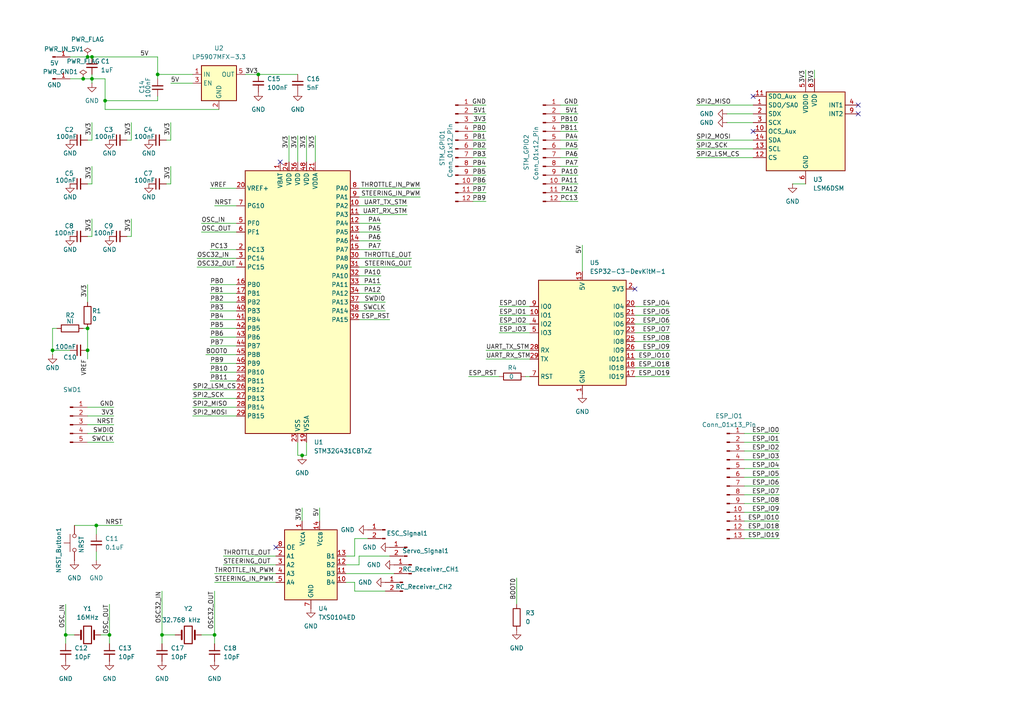
<source format=kicad_sch>
(kicad_sch (version 20250114) (generator "eeschema") (generator_version "9.0")
  (paper "A4")
  (lib_symbols
    (symbol "Connector:Conn_01x01_Pin" (pin_names (offset 1.016) (hide yes))
      (property "Reference" "J" (at 0 2.54 0))
      (property "Value" "Conn_01x01_Pin" (at 0 -2.54 0))
      (symbol "Conn_01x01_Pin_1_1"
        (pin passive line (at 5.08 0 180) (length 3.81) (name "Pin_1") (number "1"))
      )
    )
    (symbol "Connector:Conn_01x02_Pin" (pin_names (offset 1.016) (hide yes))
      (property "Reference" "J" (at 0 2.54 0))
      (property "Value" "Conn_01x02_Pin" (at 0 -5.08 0))
      (symbol "Conn_01x02_Pin_1_1"
        (pin passive line (at 5.08 0 180) (length 3.81) (name "Pin_1") (number "1"))
        (pin passive line (at 5.08 -2.54 180) (length 3.81) (name "Pin_2") (number "2"))
      )
    )
    (symbol "Connector:Conn_01x05_Pin" (pin_names (offset 1.016) (hide yes))
      (property "Reference" "J" (at 0 7.62 0))
      (property "Value" "Conn_01x05_Pin" (at 0 -7.62 0))
      (symbol "Conn_01x05_Pin_1_1"
        (pin passive line (at 5.08 5.08 180) (length 3.81) (name "Pin_1") (number "1"))
        (pin passive line (at 5.08 2.54 180) (length 3.81) (name "Pin_2") (number "2"))
        (pin passive line (at 5.08 0 180) (length 3.81) (name "Pin_3") (number "3"))
        (pin passive line (at 5.08 -2.54 180) (length 3.81) (name "Pin_4") (number "4"))
        (pin passive line (at 5.08 -5.08 180) (length 3.81) (name "Pin_5") (number "5"))
      )
    )
    (symbol "Connector:Conn_01x12_Pin" (pin_names (offset 1.016) (hide yes))
      (property "Reference" "J" (at 0 15.24 0))
      (property "Value" "Conn_01x12_Pin" (at 0 -17.78 0))
      (symbol "Conn_01x12_Pin_1_1"
        (pin passive line (at 5.08 12.7 180) (length 3.81) (name "Pin_1") (number "1"))
        (pin passive line (at 5.08 10.16 180) (length 3.81) (name "Pin_2") (number "2"))
        (pin passive line (at 5.08 7.62 180) (length 3.81) (name "Pin_3") (number "3"))
        (pin passive line (at 5.08 5.08 180) (length 3.81) (name "Pin_4") (number "4"))
        (pin passive line (at 5.08 2.54 180) (length 3.81) (name "Pin_5") (number "5"))
        (pin passive line (at 5.08 0 180) (length 3.81) (name "Pin_6") (number "6"))
        (pin passive line (at 5.08 -2.54 180) (length 3.81) (name "Pin_7") (number "7"))
        (pin passive line (at 5.08 -5.08 180) (length 3.81) (name "Pin_8") (number "8"))
        (pin passive line (at 5.08 -7.62 180) (length 3.81) (name "Pin_9") (number "9"))
        (pin passive line (at 5.08 -10.16 180) (length 3.81) (name "Pin_10") (number "10"))
        (pin passive line (at 5.08 -12.7 180) (length 3.81) (name "Pin_11") (number "11"))
        (pin passive line (at 5.08 -15.24 180) (length 3.81) (name "Pin_12") (number "12"))
      )
    )
    (symbol "Connector:Conn_01x13_Pin" (pin_names (offset 1.016) (hide yes))
      (property "Reference" "J" (at 0 17.78 0))
      (property "Value" "Conn_01x13_Pin" (at 0 -17.78 0))
      (symbol "Conn_01x13_Pin_1_1"
        (pin passive line (at 5.08 15.24 180) (length 3.81) (name "Pin_1") (number "1"))
        (pin passive line (at 5.08 12.7 180) (length 3.81) (name "Pin_2") (number "2"))
        (pin passive line (at 5.08 10.16 180) (length 3.81) (name "Pin_3") (number "3"))
        (pin passive line (at 5.08 7.62 180) (length 3.81) (name "Pin_4") (number "4"))
        (pin passive line (at 5.08 5.08 180) (length 3.81) (name "Pin_5") (number "5"))
        (pin passive line (at 5.08 2.54 180) (length 3.81) (name "Pin_6") (number "6"))
        (pin passive line (at 5.08 0 180) (length 3.81) (name "Pin_7") (number "7"))
        (pin passive line (at 5.08 -2.54 180) (length 3.81) (name "Pin_8") (number "8"))
        (pin passive line (at 5.08 -5.08 180) (length 3.81) (name "Pin_9") (number "9"))
        (pin passive line (at 5.08 -7.62 180) (length 3.81) (name "Pin_10") (number "10"))
        (pin passive line (at 5.08 -10.16 180) (length 3.81) (name "Pin_11") (number "11"))
        (pin passive line (at 5.08 -12.7 180) (length 3.81) (name "Pin_12") (number "12"))
        (pin passive line (at 5.08 -15.24 180) (length 3.81) (name "Pin_13") (number "13"))
      )
    )
    (symbol "Device:C_Small" (pin_numbers (hide yes)) (pin_names (offset 0.254) (hide yes))
      (property "Reference" "C" (at 0.254 1.778 0))
      (property "Value" "C_Small" (at 0.254 -2.032 0))
      (symbol "C_Small_1_1"
        (pin passive line (at 0 2.54 270) (length 2.032) (name "~") (number "1"))
        (pin passive line (at 0 -2.54 90) (length 2.032) (name "~") (number "2"))
      )
    )
    (symbol "Device:Crystal" (pin_numbers (hide yes)) (pin_names (offset 1.016) (hide yes))
      (property "Reference" "Y" (at 0 3.81 0))
      (property "Value" "Crystal" (at 0 -3.81 0))
      (symbol "Crystal_1_1"
        (pin passive line (at -3.81 0 0) (length 1.27) (name "1") (number "1"))
        (pin passive line (at 3.81 0 180) (length 1.27) (name "2") (number "2"))
      )
    )
    (symbol "Device:R" (pin_numbers (hide yes)) (pin_names (offset 0))
      (property "Reference" "R" (at 2.032 0 90))
      (property "Value" "R" (at 0 0 90))
      (symbol "R_1_1"
        (pin passive line (at 0 3.81 270) (length 1.27) (name "~") (number "1"))
        (pin passive line (at 0 -3.81 90) (length 1.27) (name "~") (number "2"))
      )
    )
    (symbol "Logic_LevelTranslator:TXS0104ED"
      (property "Reference" "U" (at -7.62 11.43 0))
      (property "Value" "TXS0104ED" (at 3.81 11.43 0))
      (symbol "TXS0104ED_1_0"
        (pin no_connect line (at -7.62 -7.62 0) (length 2.54) (hide yes) (name "NC") (number "6"))
        (pin no_connect line (at 7.62 -7.62 180) (length 2.54) (hide yes) (name "NC") (number "9"))
      )
      (symbol "TXS0104ED_1_1"
        (pin input line (at -10.16 5.08 0) (length 2.54) (name "OE") (number "8"))
        (pin bidirectional line (at -10.16 2.54 0) (length 2.54) (name "A1") (number "2"))
        (pin bidirectional line (at -10.16 0 0) (length 2.54) (name "A2") (number "3"))
        (pin bidirectional line (at -10.16 -2.54 0) (length 2.54) (name "A3") (number "4"))
        (pin bidirectional line (at -10.16 -5.08 0) (length 2.54) (name "A4") (number "5"))
        (pin power_in line (at -2.54 12.7 270) (length 2.54) (name "V_{CCA}") (number "1"))
        (pin power_in line (at 0 -12.7 90) (length 2.54) (name "GND") (number "7"))
        (pin power_in line (at 2.54 12.7 270) (length 2.54) (name "V_{CCB}") (number "14"))
        (pin bidirectional line (at 10.16 2.54 180) (length 2.54) (name "B1") (number "13"))
        (pin bidirectional line (at 10.16 0 180) (length 2.54) (name "B2") (number "12"))
        (pin bidirectional line (at 10.16 -2.54 180) (length 2.54) (name "B3") (number "11"))
        (pin bidirectional line (at 10.16 -5.08 180) (length 2.54) (name "B4") (number "10"))
      )
    )
    (symbol "MCU_ST_STM32G4:STM32G431CBTxZ"
      (property "Reference" "U" (at -15.24 39.37 0))
      (property "Value" "STM32G431CBTxZ" (at 7.62 39.37 0))
      (symbol "STM32G431CBTxZ_1_1"
        (pin input line (at -17.78 33.02 0) (length 2.54) (name "VREF+") (number "20"))
        (pin bidirectional line (at -17.78 27.94 0) (length 2.54) (name "PG10") (number "7"))
        (pin bidirectional line (at -17.78 22.86 0) (length 2.54) (name "PF0") (number "5"))
        (pin bidirectional line (at -17.78 20.32 0) (length 2.54) (name "PF1") (number "6"))
        (pin bidirectional line (at -17.78 15.24 0) (length 2.54) (name "PC13") (number "2"))
        (pin bidirectional line (at -17.78 12.7 0) (length 2.54) (name "PC14") (number "3"))
        (pin bidirectional line (at -17.78 10.16 0) (length 2.54) (name "PC15") (number "4"))
        (pin bidirectional line (at -17.78 5.08 0) (length 2.54) (name "PB0") (number "16"))
        (pin bidirectional line (at -17.78 2.54 0) (length 2.54) (name "PB1") (number "17"))
        (pin bidirectional line (at -17.78 0 0) (length 2.54) (name "PB2") (number "18"))
        (pin bidirectional line (at -17.78 -2.54 0) (length 2.54) (name "PB3") (number "40"))
        (pin bidirectional line (at -17.78 -5.08 0) (length 2.54) (name "PB4") (number "41"))
        (pin bidirectional line (at -17.78 -7.62 0) (length 2.54) (name "PB5") (number "42"))
        (pin bidirectional line (at -17.78 -10.16 0) (length 2.54) (name "PB6") (number "43"))
        (pin bidirectional line (at -17.78 -12.7 0) (length 2.54) (name "PB7") (number "44"))
        (pin bidirectional line (at -17.78 -15.24 0) (length 2.54) (name "PB8") (number "45"))
        (pin bidirectional line (at -17.78 -17.78 0) (length 2.54) (name "PB9") (number "46"))
        (pin bidirectional line (at -17.78 -20.32 0) (length 2.54) (name "PB10") (number "22"))
        (pin bidirectional line (at -17.78 -22.86 0) (length 2.54) (name "PB11") (number "25"))
        (pin bidirectional line (at -17.78 -25.4 0) (length 2.54) (name "PB12") (number "26"))
        (pin bidirectional line (at -17.78 -27.94 0) (length 2.54) (name "PB13") (number "27"))
        (pin bidirectional line (at -17.78 -30.48 0) (length 2.54) (name "PB14") (number "28"))
        (pin bidirectional line (at -17.78 -33.02 0) (length 2.54) (name "PB15") (number "29"))
        (pin power_in line (at -5.08 40.64 270) (length 2.54) (name "VBAT") (number "1"))
        (pin power_in line (at -2.54 40.64 270) (length 2.54) (name "VDD") (number "24"))
        (pin power_in line (at 0 40.64 270) (length 2.54) (name "VDD") (number "36"))
        (pin power_in line (at 0 -40.64 90) (length 2.54) (name "VSS") (number "23"))
        (pin passive line (at 0 -40.64 90) (length 2.54) (hide yes) (name "VSS") (number "35"))
        (pin passive line (at 0 -40.64 90) (length 2.54) (hide yes) (name "VSS") (number "47"))
        (pin power_in line (at 2.54 40.64 270) (length 2.54) (name "VDD") (number "48"))
        (pin power_in line (at 2.54 -40.64 90) (length 2.54) (name "VSSA") (number "19"))
        (pin power_in line (at 5.08 40.64 270) (length 2.54) (name "VDDA") (number "21"))
        (pin bidirectional line (at 17.78 33.02 180) (length 2.54) (name "PA0") (number "8"))
        (pin bidirectional line (at 17.78 30.48 180) (length 2.54) (name "PA1") (number "9"))
        (pin bidirectional line (at 17.78 27.94 180) (length 2.54) (name "PA2") (number "10"))
        (pin bidirectional line (at 17.78 25.4 180) (length 2.54) (name "PA3") (number "11"))
        (pin bidirectional line (at 17.78 22.86 180) (length 2.54) (name "PA4") (number "12"))
        (pin bidirectional line (at 17.78 20.32 180) (length 2.54) (name "PA5") (number "13"))
        (pin bidirectional line (at 17.78 17.78 180) (length 2.54) (name "PA6") (number "14"))
        (pin bidirectional line (at 17.78 15.24 180) (length 2.54) (name "PA7") (number "15"))
        (pin bidirectional line (at 17.78 12.7 180) (length 2.54) (name "PA8") (number "30"))
        (pin bidirectional line (at 17.78 10.16 180) (length 2.54) (name "PA9") (number "31"))
        (pin bidirectional line (at 17.78 7.62 180) (length 2.54) (name "PA10") (number "32"))
        (pin bidirectional line (at 17.78 5.08 180) (length 2.54) (name "PA11") (number "33"))
        (pin bidirectional line (at 17.78 2.54 180) (length 2.54) (name "PA12") (number "34"))
        (pin bidirectional line (at 17.78 0 180) (length 2.54) (name "PA13") (number "37"))
        (pin bidirectional line (at 17.78 -2.54 180) (length 2.54) (name "PA14") (number "38"))
        (pin bidirectional line (at 17.78 -5.08 180) (length 2.54) (name "PA15") (number "39"))
      )
    )
    (symbol "RF_Module:ESP32-C3-DevKitM-1"
      (property "Reference" "U" (at 7.62 16.51 0))
      (property "Value" "ESP32-C3-DevKitM-1" (at 11.684 -16.764 0))
      (symbol "ESP32-C3-DevKitM-1_1_1"
        (pin bidirectional line (at -15.24 7.62 0) (length 2.54) (name "IO0") (number "9"))
        (pin bidirectional line (at -15.24 5.08 0) (length 2.54) (name "IO1") (number "10"))
        (pin bidirectional line (at -15.24 2.54 0) (length 2.54) (name "IO2") (number "4"))
        (pin bidirectional line (at -15.24 0 0) (length 2.54) (name "IO3") (number "5"))
        (pin input line (at -15.24 -5.08 0) (length 2.54) (name "RX") (number "28"))
        (pin output line (at -15.24 -7.62 0) (length 2.54) (name "TX") (number "29"))
        (pin input line (at -15.24 -12.7 0) (length 2.54) (name "RST") (number "7"))
        (pin passive line (at 0 17.78 270) (length 2.54) (name "5V") (number "13"))
        (pin passive line (at 0 17.78 270) (length 2.54) (hide yes) (name "5V") (number "14"))
        (pin power_in line (at 0 -17.78 90) (length 2.54) (name "GND") (number "1"))
        (pin passive line (at 0 -17.78 90) (length 2.54) (hide yes) (name "GND") (number "12"))
        (pin passive line (at 0 -17.78 90) (length 2.54) (hide yes) (name "GND") (number "15"))
        (pin passive line (at 0 -17.78 90) (length 2.54) (hide yes) (name "GND") (number "16"))
        (pin passive line (at 0 -17.78 90) (length 2.54) (hide yes) (name "GND") (number "19"))
        (pin passive line (at 0 -17.78 90) (length 2.54) (hide yes) (name "GND") (number "24"))
        (pin passive line (at 0 -17.78 90) (length 2.54) (hide yes) (name "GND") (number "27"))
        (pin passive line (at 0 -17.78 90) (length 2.54) (hide yes) (name "GND") (number "30"))
        (pin passive line (at 0 -17.78 90) (length 2.54) (hide yes) (name "GND") (number "6"))
        (pin passive line (at 0 -17.78 90) (length 2.54) (hide yes) (name "GND") (number "8"))
        (pin power_out line (at 15.24 12.7 180) (length 2.54) (name "3V3") (number "2"))
        (pin passive line (at 15.24 12.7 180) (length 2.54) (hide yes) (name "3V3") (number "3"))
        (pin bidirectional line (at 15.24 7.62 180) (length 2.54) (name "IO4") (number "20"))
        (pin bidirectional line (at 15.24 5.08 180) (length 2.54) (name "IO5") (number "21"))
        (pin bidirectional line (at 15.24 2.54 180) (length 2.54) (name "IO6") (number "22"))
        (pin bidirectional line (at 15.24 0 180) (length 2.54) (name "IO7") (number "23"))
        (pin bidirectional line (at 15.24 -2.54 180) (length 2.54) (name "IO8") (number "25"))
        (pin bidirectional line (at 15.24 -5.08 180) (length 2.54) (name "IO9") (number "26"))
        (pin bidirectional line (at 15.24 -7.62 180) (length 2.54) (name "IO10") (number "11"))
        (pin bidirectional line (at 15.24 -10.16 180) (length 2.54) (name "IO18") (number "18"))
        (pin bidirectional line (at 15.24 -12.7 180) (length 2.54) (name "IO19") (number "17"))
      )
    )
    (symbol "Regulator_Linear:LP5907MFX-3.3"
      (property "Reference" "U" (at -3.81 6.35 0))
      (property "Value" "LP5907MFX-3.3" (at 6.35 6.35 0))
      (symbol "LP5907MFX-3.3_0_1"
        (pin power_in line (at -7.62 2.54 0) (length 2.54) (name "IN") (number "1"))
        (pin input line (at -7.62 0 0) (length 2.54) (name "EN") (number "3"))
        (pin power_in line (at 0 -7.62 90) (length 2.54) (name "GND") (number "2"))
        (pin no_connect line (at 5.08 0 180) (length 2.54) (hide yes) (name "NC") (number "4"))
        (pin power_out line (at 7.62 2.54 180) (length 2.54) (name "OUT") (number "5"))
      )
    )
    (symbol "Sensor_Motion:LSM6DSM"
      (property "Reference" "U" (at -11.43 15.24 0))
      (property "Value" "LSM6DSM" (at -11.43 12.7 0))
      (symbol "LSM6DSM_1_1"
        (pin bidirectional line (at -15.24 10.16 0) (length 3.81) (name "SDO_Aux") (number "11"))
        (pin bidirectional line (at -15.24 7.62 0) (length 3.81) (name "SDO/SA0") (number "1"))
        (pin bidirectional line (at -15.24 5.08 0) (length 3.81) (name "SDX") (number "2"))
        (pin input line (at -15.24 2.54 0) (length 3.81) (name "SCX") (number "3"))
        (pin passive line (at -15.24 0 0) (length 3.81) (name "OCS_Aux") (number "10"))
        (pin bidirectional line (at -15.24 -2.54 0) (length 3.81) (name "SDA") (number "14"))
        (pin input line (at -15.24 -5.08 0) (length 3.81) (name "SCL") (number "13"))
        (pin input line (at -15.24 -7.62 0) (length 3.81) (name "CS") (number "12"))
        (pin power_in line (at 0 15.24 270) (length 3.81) (name "VDDIO") (number "5"))
        (pin power_in line (at 0 -15.24 90) (length 3.81) (name "GND") (number "6"))
        (pin passive line (at 0 -15.24 90) (length 3.81) (hide yes) (name "GND") (number "7"))
        (pin power_in line (at 2.54 15.24 270) (length 3.81) (name "VDD") (number "8"))
        (pin output line (at 15.24 7.62 180) (length 3.81) (name "INT1") (number "4"))
        (pin output line (at 15.24 5.08 180) (length 3.81) (name "INT2") (number "9"))
      )
    )
    (symbol "Switch:SW_Push" (pin_numbers (hide yes)) (pin_names (offset 1.016) (hide yes))
      (property "Reference" "SW" (at 1.27 2.54 0))
      (property "Value" "SW_Push" (at 0 -1.524 0))
      (symbol "SW_Push_0_1"
        (pin passive line (at -5.08 0 0) (length 2.54) (name "1") (number "1"))
        (pin passive line (at 5.08 0 180) (length 2.54) (name "2") (number "2"))
      )
    )
    (symbol "power:GND" (power) (pin_numbers (hide yes)) (pin_names (offset 0) (hide yes))
      (property "Value" "GND" (at 0 -3.81 0))
      (symbol "GND_1_1"
        (pin power_in line (at 0 0 270) (length 0) (name "~") (number "1"))
      )
    )
    (symbol "power:PWR_FLAG" (power) (pin_numbers (hide yes)) (pin_names (offset 0) (hide yes))
      (property "Value" "PWR_FLAG" (at 0 3.81 0))
      (symbol "PWR_FLAG_0_0"
        (pin power_out line (at 0 0 90) (length 0) (name "~") (number "1"))
      )
    )
  )
  (junction (at 26.67 22.86))
  (junction (at 30.48 29.21))
  (junction (at 15.24 101.6))
  (junction (at 46.99 184.15))
  (junction (at 27.94 152.4))
  (junction (at 25.4 95.25))
  (junction (at 45.72 21.59))
  (junction (at 25.4 16.51))
  (junction (at 87.63 132.08))
  (junction (at 31.75 184.15))
  (junction (at 74.93 21.59))
  (junction (at 26.67 16.51))
  (junction (at 24.13 22.86))
  (junction (at 25.4 101.6))
  (junction (at 19.05 184.15))
  (junction (at 62.23 184.15))
  (no_connect (at 81.28 46.99))
  (no_connect (at 218.44 38.1))
  (no_connect (at 184.15 83.82))
  (no_connect (at 248.92 33.02))
  (no_connect (at 218.44 27.94))
  (no_connect (at 80.01 158.75))
  (no_connect (at 248.92 30.48))
  (wire (pts (xy 210.82 33.02) (xy 218.44 33.02)))
  (wire (pts (xy 20.32 16.51) (xy 25.4 16.51)))
  (wire (pts (xy 25.4 95.25) (xy 25.4 101.6)))
  (wire (pts (xy 104.14 80.01) (xy 110.49 80.01)))
  (wire (pts (xy 226.06 143.51) (xy 215.9 143.51)))
  (wire (pts (xy 104.14 163.83) (xy 104.14 161.29)))
  (wire (pts (xy 25.4 123.19) (xy 33.02 123.19)))
  (wire (pts (xy 15.24 101.6) (xy 20.32 101.6)))
  (wire (pts (xy 215.9 130.81) (xy 226.06 130.81)))
  (wire (pts (xy 91.44 39.37) (xy 91.44 46.99)))
  (wire (pts (xy 201.93 43.18) (xy 218.44 43.18)))
  (wire (pts (xy 86.36 39.37) (xy 86.36 46.99)))
  (wire (pts (xy 55.88 120.65) (xy 68.58 120.65)))
  (wire (pts (xy 144.78 91.44) (xy 153.67 91.44)))
  (wire (pts (xy 60.96 54.61) (xy 68.58 54.61)))
  (wire (pts (xy 104.14 161.29) (xy 113.03 161.29)))
  (wire (pts (xy 215.9 151.13) (xy 226.06 151.13)))
  (wire (pts (xy 215.9 146.05) (xy 226.06 146.05)))
  (wire (pts (xy 104.14 74.93) (xy 119.38 74.93)))
  (wire (pts (xy 26.67 35.56) (xy 26.67 40.64)))
  (wire (pts (xy 55.88 24.13) (xy 49.53 24.13)))
  (wire (pts (xy 137.16 40.64) (xy 140.97 40.64)))
  (wire (pts (xy 27.94 154.94) (xy 27.94 152.4)))
  (wire (pts (xy 162.56 33.02) (xy 167.64 33.02)))
  (wire (pts (xy 137.16 35.56) (xy 140.97 35.56)))
  (wire (pts (xy 38.1 40.64) (xy 36.83 40.64)))
  (wire (pts (xy 162.56 58.42) (xy 167.64 58.42)))
  (wire (pts (xy 137.16 55.88) (xy 140.97 55.88)))
  (wire (pts (xy 25.4 128.27) (xy 33.02 128.27)))
  (wire (pts (xy 215.9 133.35) (xy 226.06 133.35)))
  (wire (pts (xy 60.96 100.33) (xy 68.58 100.33)))
  (wire (pts (xy 31.75 184.15) (xy 31.75 186.69)))
  (wire (pts (xy 215.9 125.73) (xy 226.06 125.73)))
  (wire (pts (xy 45.72 22.86) (xy 45.72 21.59)))
  (wire (pts (xy 55.88 115.57) (xy 68.58 115.57)))
  (wire (pts (xy 104.14 92.71) (xy 113.03 92.71)))
  (wire (pts (xy 162.56 45.72) (xy 167.64 45.72)))
  (wire (pts (xy 162.56 30.48) (xy 167.64 30.48)))
  (wire (pts (xy 104.14 69.85) (xy 110.49 69.85)))
  (wire (pts (xy 144.78 96.52) (xy 153.67 96.52)))
  (wire (pts (xy 162.56 55.88) (xy 167.64 55.88)))
  (wire (pts (xy 86.36 21.59) (xy 74.93 21.59)))
  (wire (pts (xy 50.8 184.15) (xy 46.99 184.15)))
  (wire (pts (xy 62.23 184.15) (xy 62.23 186.69)))
  (wire (pts (xy 88.9 128.27) (xy 88.9 132.08)))
  (wire (pts (xy 26.67 24.13) (xy 26.67 22.86)))
  (wire (pts (xy 104.14 72.39) (xy 110.49 72.39)))
  (wire (pts (xy 58.42 67.31) (xy 68.58 67.31)))
  (wire (pts (xy 184.15 88.9) (xy 194.31 88.9)))
  (wire (pts (xy 60.96 110.49) (xy 68.58 110.49)))
  (wire (pts (xy 184.15 99.06) (xy 194.31 99.06)))
  (wire (pts (xy 49.53 53.34) (xy 48.26 53.34)))
  (wire (pts (xy 104.14 67.31) (xy 110.49 67.31)))
  (wire (pts (xy 201.93 45.72) (xy 218.44 45.72)))
  (wire (pts (xy 57.15 74.93) (xy 68.58 74.93)))
  (wire (pts (xy 15.24 95.25) (xy 16.51 95.25)))
  (wire (pts (xy 26.67 22.86) (xy 30.48 22.86)))
  (wire (pts (xy 102.87 168.91) (xy 100.33 168.91)))
  (wire (pts (xy 215.9 148.59) (xy 226.06 148.59)))
  (wire (pts (xy 144.78 88.9) (xy 153.67 88.9)))
  (wire (pts (xy 100.33 161.29) (xy 102.87 161.29)))
  (wire (pts (xy 26.67 48.26) (xy 26.67 53.34)))
  (wire (pts (xy 92.71 147.32) (xy 92.71 151.13)))
  (wire (pts (xy 184.15 104.14) (xy 194.31 104.14)))
  (wire (pts (xy 162.56 40.64) (xy 167.64 40.64)))
  (wire (pts (xy 236.22 20.32) (xy 236.22 22.86)))
  (wire (pts (xy 25.4 118.11) (xy 33.02 118.11)))
  (wire (pts (xy 60.96 92.71) (xy 68.58 92.71)))
  (wire (pts (xy 26.67 21.59) (xy 26.67 22.86)))
  (wire (pts (xy 104.14 64.77) (xy 110.49 64.77)))
  (wire (pts (xy 64.77 161.29) (xy 80.01 161.29)))
  (wire (pts (xy 31.75 175.26) (xy 31.75 184.15)))
  (wire (pts (xy 83.82 39.37) (xy 83.82 46.99)))
  (wire (pts (xy 184.15 93.98) (xy 194.31 93.98)))
  (wire (pts (xy 137.16 45.72) (xy 140.97 45.72)))
  (wire (pts (xy 55.88 113.03) (xy 68.58 113.03)))
  (wire (pts (xy 135.89 109.22) (xy 144.78 109.22)))
  (wire (pts (xy 26.67 68.58) (xy 25.4 68.58)))
  (wire (pts (xy 162.56 43.18) (xy 167.64 43.18)))
  (wire (pts (xy 25.4 120.65) (xy 33.02 120.65)))
  (wire (pts (xy 60.96 72.39) (xy 68.58 72.39)))
  (wire (pts (xy 27.94 162.56) (xy 27.94 160.02)))
  (wire (pts (xy 215.9 153.67) (xy 226.06 153.67)))
  (wire (pts (xy 104.14 82.55) (xy 110.49 82.55)))
  (wire (pts (xy 233.68 20.32) (xy 233.68 22.86)))
  (wire (pts (xy 60.96 107.95) (xy 68.58 107.95)))
  (wire (pts (xy 210.82 35.56) (xy 218.44 35.56)))
  (wire (pts (xy 27.94 152.4) (xy 35.56 152.4)))
  (wire (pts (xy 24.13 95.25) (xy 25.4 95.25)))
  (wire (pts (xy 137.16 58.42) (xy 140.97 58.42)))
  (wire (pts (xy 30.48 31.75) (xy 63.5 31.75)))
  (wire (pts (xy 215.9 135.89) (xy 226.06 135.89)))
  (wire (pts (xy 104.14 85.09) (xy 110.49 85.09)))
  (wire (pts (xy 25.4 125.73) (xy 33.02 125.73)))
  (wire (pts (xy 104.14 62.23) (xy 118.11 62.23)))
  (wire (pts (xy 201.93 40.64) (xy 218.44 40.64)))
  (wire (pts (xy 27.94 152.4) (xy 21.59 152.4)))
  (wire (pts (xy 59.69 102.87) (xy 68.58 102.87)))
  (wire (pts (xy 137.16 48.26) (xy 140.97 48.26)))
  (wire (pts (xy 201.93 30.48) (xy 218.44 30.48)))
  (wire (pts (xy 100.33 163.83) (xy 104.14 163.83)))
  (wire (pts (xy 140.97 101.6) (xy 153.67 101.6)))
  (wire (pts (xy 74.93 21.59) (xy 71.12 21.59)))
  (wire (pts (xy 104.14 59.69) (xy 118.11 59.69)))
  (wire (pts (xy 38.1 63.5) (xy 38.1 68.58)))
  (wire (pts (xy 137.16 30.48) (xy 140.97 30.48)))
  (wire (pts (xy 62.23 166.37) (xy 80.01 166.37)))
  (wire (pts (xy 137.16 33.02) (xy 140.97 33.02)))
  (wire (pts (xy 26.67 53.34) (xy 25.4 53.34)))
  (wire (pts (xy 87.63 132.08) (xy 86.36 132.08)))
  (wire (pts (xy 20.32 22.86) (xy 24.13 22.86)))
  (wire (pts (xy 46.99 184.15) (xy 46.99 186.69)))
  (wire (pts (xy 184.15 106.68) (xy 194.31 106.68)))
  (wire (pts (xy 25.4 16.51) (xy 26.67 16.51)))
  (wire (pts (xy 45.72 29.21) (xy 45.72 27.94)))
  (wire (pts (xy 149.86 167.64) (xy 149.86 175.26)))
  (wire (pts (xy 215.9 138.43) (xy 226.06 138.43)))
  (wire (pts (xy 215.9 128.27) (xy 226.06 128.27)))
  (wire (pts (xy 86.36 128.27) (xy 86.36 132.08)))
  (wire (pts (xy 15.24 102.87) (xy 15.24 101.6)))
  (wire (pts (xy 104.14 87.63) (xy 111.76 87.63)))
  (wire (pts (xy 184.15 91.44) (xy 194.31 91.44)))
  (wire (pts (xy 45.72 16.51) (xy 45.72 21.59)))
  (wire (pts (xy 57.15 77.47) (xy 68.58 77.47)))
  (wire (pts (xy 58.42 64.77) (xy 68.58 64.77)))
  (wire (pts (xy 49.53 40.64) (xy 48.26 40.64)))
  (wire (pts (xy 62.23 168.91) (xy 80.01 168.91)))
  (wire (pts (xy 58.42 184.15) (xy 62.23 184.15)))
  (wire (pts (xy 162.56 35.56) (xy 167.64 35.56)))
  (wire (pts (xy 194.31 96.52) (xy 184.15 96.52)))
  (wire (pts (xy 64.77 163.83) (xy 80.01 163.83)))
  (wire (pts (xy 102.87 156.21) (xy 106.68 156.21)))
  (wire (pts (xy 38.1 35.56) (xy 38.1 40.64)))
  (wire (pts (xy 233.68 53.34) (xy 229.87 53.34)))
  (wire (pts (xy 162.56 50.8) (xy 167.64 50.8)))
  (wire (pts (xy 162.56 53.34) (xy 167.64 53.34)))
  (wire (pts (xy 87.63 147.32) (xy 87.63 151.13)))
  (wire (pts (xy 62.23 171.45) (xy 62.23 184.15)))
  (wire (pts (xy 55.88 21.59) (xy 45.72 21.59)))
  (wire (pts (xy 102.87 161.29) (xy 102.87 156.21)))
  (wire (pts (xy 60.96 97.79) (xy 68.58 97.79)))
  (wire (pts (xy 30.48 29.21) (xy 30.48 31.75)))
  (wire (pts (xy 30.48 29.21) (xy 30.48 22.86)))
  (wire (pts (xy 140.97 104.14) (xy 153.67 104.14)))
  (wire (pts (xy 60.96 105.41) (xy 68.58 105.41)))
  (wire (pts (xy 60.96 87.63) (xy 68.58 87.63)))
  (wire (pts (xy 60.96 90.17) (xy 68.58 90.17)))
  (wire (pts (xy 184.15 109.22) (xy 194.31 109.22)))
  (wire (pts (xy 49.53 35.56) (xy 49.53 40.64)))
  (wire (pts (xy 60.96 95.25) (xy 68.58 95.25)))
  (wire (pts (xy 88.9 132.08) (xy 87.63 132.08)))
  (wire (pts (xy 26.67 40.64) (xy 25.4 40.64)))
  (wire (pts (xy 144.78 93.98) (xy 153.67 93.98)))
  (wire (pts (xy 137.16 53.34) (xy 140.97 53.34)))
  (wire (pts (xy 60.96 85.09) (xy 68.58 85.09)))
  (wire (pts (xy 104.14 57.15) (xy 121.92 57.15)))
  (wire (pts (xy 21.59 184.15) (xy 19.05 184.15)))
  (wire (pts (xy 102.87 171.45) (xy 102.87 168.91)))
  (wire (pts (xy 49.53 48.26) (xy 49.53 53.34)))
  (wire (pts (xy 26.67 63.5) (xy 26.67 68.58)))
  (wire (pts (xy 215.9 140.97) (xy 226.06 140.97)))
  (wire (pts (xy 184.15 101.6) (xy 194.31 101.6)))
  (wire (pts (xy 104.14 54.61) (xy 121.92 54.61)))
  (wire (pts (xy 29.21 184.15) (xy 31.75 184.15)))
  (wire (pts (xy 88.9 39.37) (xy 88.9 46.99)))
  (wire (pts (xy 60.96 82.55) (xy 68.58 82.55)))
  (wire (pts (xy 19.05 184.15) (xy 19.05 186.69)))
  (wire (pts (xy 15.24 95.25) (xy 15.24 101.6)))
  (wire (pts (xy 137.16 43.18) (xy 140.97 43.18)))
  (wire (pts (xy 111.76 171.45) (xy 102.87 171.45)))
  (wire (pts (xy 45.72 29.21) (xy 30.48 29.21)))
  (wire (pts (xy 24.13 22.86) (xy 26.67 22.86)))
  (wire (pts (xy 38.1 68.58) (xy 36.83 68.58)))
  (wire (pts (xy 162.56 38.1) (xy 167.64 38.1)))
  (wire (pts (xy 168.91 71.12) (xy 168.91 78.74)))
  (wire (pts (xy 46.99 171.45) (xy 46.99 184.15)))
  (wire (pts (xy 104.14 77.47) (xy 119.38 77.47)))
  (wire (pts (xy 55.88 118.11) (xy 68.58 118.11)))
  (wire (pts (xy 26.67 16.51) (xy 45.72 16.51)))
  (wire (pts (xy 162.56 48.26) (xy 167.64 48.26)))
  (wire (pts (xy 25.4 101.6) (xy 25.4 104.14)))
  (wire (pts (xy 137.16 38.1) (xy 140.97 38.1)))
  (wire (pts (xy 19.05 175.26) (xy 19.05 184.15)))
  (wire (pts (xy 104.14 90.17) (xy 111.76 90.17)))
  (wire (pts (xy 152.4 109.22) (xy 153.67 109.22)))
  (wire (pts (xy 25.4 82.55) (xy 25.4 87.63)))
  (wire (pts (xy 215.9 156.21) (xy 226.06 156.21)))
  (wire (pts (xy 100.33 166.37) (xy 114.3 166.37)))
  (wire (pts (xy 62.23 59.69) (xy 68.58 59.69)))
  (wire (pts (xy 137.16 50.8) (xy 140.97 50.8)))
  (label "PA11" (at 167.64 53.34 180))
  (label "ESP_IO5" (at 226.06 138.43 180))
  (label "3V3" (at 71.12 21.59 0))
  (label "3V3" (at 86.36 39.37 270))
  (label "ESP_IO0" (at 144.78 88.9 0))
  (label "3V3" (at 49.53 48.26 270))
  (label "ESP_IO9" (at 194.31 101.6 180))
  (label "PA5" (at 167.64 43.18 180))
  (label "ESP_IO8" (at 194.31 99.06 180))
  (label "PA7" (at 110.49 72.39 180))
  (label "3V3" (at 26.67 63.5 270))
  (label "THROTTLE_OUT" (at 119.38 74.93 180))
  (label "3V3" (at 49.53 35.56 270))
  (label "PC13" (at 60.96 72.39 0))
  (label "OSC32_OUT" (at 62.23 171.45 270))
  (label "STEERING_IN_PWM" (at 121.92 57.15 180))
  (label "3V3" (at 236.22 20.32 270))
  (label "PB3" (at 60.96 90.17 0))
  (label "PB5" (at 140.97 50.8 180))
  (label "ESP_IO8" (at 226.06 146.05 180))
  (label "ESP_IO1" (at 226.06 128.27 180))
  (label "PB3" (at 140.97 45.72 180))
  (label "5V" (at 40.64 16.51 0))
  (label "BOOT0" (at 149.86 167.64 270))
  (label "3V3" (at 233.68 20.32 270))
  (label "ESP_IO10" (at 194.31 104.14 180))
  (label "OSC32_IN" (at 57.15 74.93 0))
  (label "OSC_OUT" (at 58.42 67.31 0))
  (label "SWCLK" (at 33.02 128.27 180))
  (label "5V" (at 92.71 147.32 270))
  (label "SPI2_MOSI" (at 55.88 120.65 0))
  (label "ESP_IO0" (at 226.06 125.73 180))
  (label "ESP_IO3" (at 144.78 96.52 0))
  (label "VREF" (at 25.4 104.14 270))
  (label "SPI2_MOSI" (at 201.93 40.64 0))
  (label "PA12" (at 167.64 55.88 180))
  (label "PB0" (at 140.97 38.1 180))
  (label "ESP_IO6" (at 194.31 93.98 180))
  (label "ESP_IO9" (at 226.06 148.59 180))
  (label "ESP_IO2" (at 226.06 130.81 180))
  (label "PA7" (at 167.64 48.26 180))
  (label "NRST" (at 33.02 123.19 180))
  (label "PA5" (at 110.49 67.31 180))
  (label "STEERING_OUT" (at 64.77 163.83 0))
  (label "3V3" (at 140.97 35.56 180))
  (label "3V3" (at 38.1 35.56 270))
  (label "SPI2_MISO" (at 55.88 118.11 0))
  (label "5V1" (at 140.97 33.02 180))
  (label "PB0" (at 60.96 82.55 0))
  (label "PB4" (at 140.97 48.26 180))
  (label "NRST" (at 35.56 152.4 180))
  (label "3V3" (at 91.44 39.37 270))
  (label "PC13" (at 167.64 58.42 180))
  (label "PB1" (at 60.96 85.09 0))
  (label "3V3" (at 83.82 39.37 270))
  (label "3V3" (at 38.1 63.5 270))
  (label "3V3" (at 25.4 82.55 270))
  (label "SPI2_SCK" (at 201.93 43.18 0))
  (label "PB1" (at 140.97 40.64 180))
  (label "STEERING_IN_PWM" (at 62.23 168.91 0))
  (label "SPI2_LSM_CS" (at 55.88 113.03 0))
  (label "PB11" (at 60.96 110.49 0))
  (label "PA4" (at 167.64 40.64 180))
  (label "ESP_RST" (at 113.03 92.71 180))
  (label "ESP_IO1" (at 144.78 91.44 0))
  (label "STEERING_OUT" (at 119.38 77.47 180))
  (label "SWDIO" (at 33.02 125.73 180))
  (label "ESP_IO18" (at 226.06 153.67 180))
  (label "SWCLK" (at 111.76 90.17 180))
  (label "ESP_IO4" (at 226.06 135.89 180))
  (label "ESP_IO7" (at 226.06 143.51 180))
  (label "PB7" (at 140.97 55.88 180))
  (label "PA4" (at 110.49 64.77 180))
  (label "PA10" (at 110.49 80.01 180))
  (label "3V3" (at 26.67 48.26 270))
  (label "PB10" (at 60.96 107.95 0))
  (label "PA6" (at 110.49 69.85 180))
  (label "ESP_RST" (at 135.89 109.22 0))
  (label "3V3" (at 33.02 120.65 180))
  (label "ESP_IO19" (at 226.06 156.21 180))
  (label "OSC_IN" (at 58.42 64.77 0))
  (label "PB9" (at 60.96 105.41 0))
  (label "3V3" (at 88.9 39.37 270))
  (label "ESP_IO4" (at 194.31 88.9 180))
  (label "PA10" (at 167.64 50.8 180))
  (label "BOOT0" (at 59.69 102.87 0))
  (label "PB5" (at 60.96 95.25 0))
  (label "THROTTLE_OUT" (at 64.77 161.29 0))
  (label "NRST" (at 62.23 59.69 0))
  (label "5V" (at 49.53 24.13 0))
  (label "ESP_IO6" (at 226.06 140.97 180))
  (label "PB2" (at 140.97 43.18 180))
  (label "3V3" (at 87.63 147.32 270))
  (label "PB4" (at 60.96 92.71 0))
  (label "PB2" (at 60.96 87.63 0))
  (label "ESP_IO7" (at 194.31 96.52 180))
  (label "OSC_IN" (at 19.05 175.26 270))
  (label "PB11" (at 167.64 38.1 180))
  (label "SPI2_SCK" (at 55.88 115.57 0))
  (label "UART_RX_STM" (at 140.97 104.14 0))
  (label "SPI2_MISO" (at 201.93 30.48 0))
  (label "ESP_IO3" (at 226.06 133.35 180))
  (label "GND" (at 167.64 30.48 180))
  (label "UART_RX_STM" (at 118.11 62.23 180))
  (label "PA12" (at 110.49 85.09 180))
  (label "OSC32_OUT" (at 57.15 77.47 0))
  (label "PB6" (at 60.96 97.79 0))
  (label "SPI2_LSM_CS" (at 201.93 45.72 0))
  (label "PA6" (at 167.64 45.72 180))
  (label "ESP_IO10" (at 226.06 151.13 180))
  (label "PB9" (at 140.97 58.42 180))
  (label "PB6" (at 140.97 53.34 180))
  (label "3V3" (at 26.67 35.56 270))
  (label "VREF" (at 60.96 54.61 0))
  (label "GND" (at 33.02 118.11 180))
  (label "PB7" (at 60.96 100.33 0))
  (label "THROTTLE_IN_PWM" (at 62.23 166.37 0))
  (label "ESP_IO2" (at 144.78 93.98 0))
  (label "GND" (at 140.97 30.48 180))
  (label "ESP_IO19" (at 194.31 109.22 180))
  (label "PA11" (at 110.49 82.55 180))
  (label "ESP_IO5" (at 194.31 91.44 180))
  (label "THROTTLE_IN_PWM" (at 121.92 54.61 180))
  (label "OSC32_IN" (at 46.99 171.45 270))
  (label "UART_TX_STM" (at 118.11 59.69 180))
  (label "UART_TX_STM" (at 140.97 101.6 0))
  (label "ESP_IO18" (at 194.31 106.68 180))
  (label "SWDIO" (at 111.76 87.63 180))
  (label "OSC_OUT" (at 31.75 175.26 270))
  (label "PB10" (at 167.64 35.56 180))
  (label "5V1" (at 167.64 33.02 180))
  (label "5V" (at 168.91 71.12 270))
  (symbol (lib_id "power:GND") (at 114.3 163.83 270) (unit 1)
    (property "Reference" "#PWR031" (effects (hide yes)))
    (property "Value" "GND" (at 110.49 163.8299 90) (effects (justify right)))
    (property "Description" "Power symbol creates a global label with name \"GND\" , ground" (effects (hide yes)))
  )
  (symbol (lib_id "power:GND") (at 90.17 176.53 0) (unit 1)
    (property "Reference" "#PWR028" (effects (hide yes)))
    (property "Value" "GND" (at 90.17 181.61 0))
    (property "Description" "Power symbol creates a global label with name \"GND\" , ground" (effects (hide yes)))
  )
  (symbol (lib_id "power:GND") (at 46.99 191.77 0) (unit 1)
    (property "Reference" "#PWR037" (effects (hide yes)))
    (property "Value" "GND" (at 46.99 196.85 0))
    (property "Description" "Power symbol creates a global label with name \"GND\" , ground" (effects (hide yes)))
  )
  (symbol (lib_id "power:GND") (at 106.68 153.67 270) (unit 1)
    (property "Reference" "#PWR029" (effects (hide yes)))
    (property "Value" "GND" (at 102.87 153.6699 90) (effects (justify right)))
    (property "Description" "Power symbol creates a global label with name \"GND\" , ground" (effects (hide yes)))
  )
  (symbol (lib_id "power:GND") (at 210.82 35.56 270) (unit 1)
    (property "Reference" "#PWR02" (effects (hide yes)))
    (property "Value" "GND" (at 207.01 35.5599 90) (effects (justify right)))
    (property "Description" "Power symbol creates a global label with name \"GND\" , ground" (effects (hide yes)))
  )
  (symbol (lib_id "Connector:Conn_01x02_Pin") (at 111.76 153.67 0) (mirror y) (unit 1)
    (property "Reference" "ESC_Signal1" (at 118.11 154.686 0))
    (property "Value" "Conn_01x02_Pin" (effects (hide yes)))
    (property "Footprint" "Connector_PinHeader_2.54mm:PinHeader_1x02_P2.54mm_Vertical" (effects (hide yes)))
    (property "Description" "Generic connector, single row, 01x02, script generated" (effects (hide yes)))
  )
  (symbol (lib_id "power:GND") (at 87.63 132.08 0) (unit 1)
    (property "Reference" "#PWR015" (effects (hide yes)))
    (property "Value" "GND" (at 87.63 137.16 0))
    (property "Description" "Power symbol creates a global label with name \"GND\" , ground" (effects (hide yes)))
  )
  (symbol (lib_id "Device:R") (at 25.4 91.44 0) (unit 1)
    (property "Reference" "R1" (at 26.67 90.17 0) (effects (justify left)))
    (property "Value" "0" (at 26.67 92.456 0) (effects (justify left)))
    (property "Footprint" "Resistor_SMD:R_0201_0603Metric" (effects (hide yes)))
    (property "Description" "Resistor" (effects (hide yes)))
  )
  (symbol (lib_id "Connector:Conn_01x01_Pin") (at 15.24 16.51 0) (unit 1)
    (property "Reference" "PWR_IN_5V1" (at 18.542 14.224 0))
    (property "Value" "5V" (at 15.748 18.288 0))
    (property "Footprint" "Connector_PinSocket_2.54mm:PinSocket_1x01_P2.54mm_Vertical" (effects (hide yes)))
    (property "Description" "Generic connector, single row, 01x01, script generated" (effects (hide yes)))
  )
  (symbol (lib_id "Switch:SW_Push") (at 21.59 157.48 90) (unit 1)
    (property "Reference" "NRST_Button1" (at 17.018 152.908 0) (effects (justify right)))
    (property "Value" "NRST" (at 23.622 155.448 0) (effects (justify right)))
    (property "Footprint" "Button_Switch_SMD:SW_SPST_PTS647_Sx38" (effects (hide yes)))
    (property "Description" "Push button switch, generic, two pins" (effects (hide yes)))
  )
  (symbol (lib_id "Device:R") (at 149.86 179.07 0) (unit 1)
    (property "Reference" "R3" (at 152.4 177.7999 0) (effects (justify left)))
    (property "Value" "0" (at 152.4 180.3399 0) (effects (justify left)))
    (property "Footprint" "Resistor_SMD:R_0201_0603Metric" (effects (hide yes)))
    (property "Description" "Resistor" (effects (hide yes)))
  )
  (symbol (lib_id "power:GND") (at 31.75 191.77 0) (unit 1)
    (property "Reference" "#PWR036" (effects (hide yes)))
    (property "Value" "GND" (at 31.75 196.85 0))
    (property "Description" "Power symbol creates a global label with name \"GND\" , ground" (effects (hide yes)))
  )
  (symbol (lib_id "Sensor_Motion:LSM6DSM") (at 233.68 38.1 0) (unit 1)
    (property "Reference" "U3" (at 235.8233 52.07 0) (effects (justify left)))
    (property "Value" "LSM6DSM" (at 235.8233 54.61 0) (effects (justify left)))
    (property "Footprint" "Package_LGA:LGA-14_3x2.5mm_P0.5mm_LayoutBorder3x4y" (effects (hide yes)))
    (property "Datasheet" "https://www.st.com/resource/en/datasheet/lsm6dsm.pdf" (effects (hide yes)))
    (property "Description" "I2C/SPI, iNEMO inertial module: always-on 3D accelerometer and 3D gyroscope, with auxiliary SPI, 1.71V to 3.6V VCC" (effects (hide yes)))
  )
  (symbol (lib_id "Device:C_Small") (at 22.86 53.34 90) (unit 1)
    (property "Reference" "C5" (at 20.066 50.292 90))
    (property "Value" "100nF" (at 19.05 52.324 90))
    (property "Footprint" "Capacitor_SMD:C_0201_0603Metric" (effects (hide yes)))
    (property "Description" "Unpolarized capacitor, small symbol" (effects (hide yes)))
  )
  (symbol (lib_id "Device:C_Small") (at 22.86 68.58 90) (unit 1)
    (property "Reference" "C8" (at 20.066 65.532 90))
    (property "Value" "100nF" (at 18.796 67.564 90))
    (property "Footprint" "Capacitor_SMD:C_0201_0603Metric" (effects (hide yes)))
    (property "Description" "Unpolarized capacitor, small symbol" (effects (hide yes)))
  )
  (symbol (lib_id "RF_Module:ESP32-C3-DevKitM-1") (at 168.91 96.52 0) (unit 1)
    (property "Reference" "U5" (at 171.0533 76.2 0) (effects (justify left)))
    (property "Value" "ESP32-C3-DevKitM-1" (at 171.0533 78.74 0) (effects (justify left)))
    (property "Footprint" "RF_Module:ESP32-C3-DevKitM-1" (effects (hide yes)))
    (property "Datasheet" "https://docs.espressif.com/projects/esp-idf/en/latest/esp32c3/hw-reference/esp32c3/user-guide-devkitm-1.html" (effects (hide yes)))
    (property "Description" "Development board featuring ESP32-C3-MINI-1 module" (effects (hide yes)))
  )
  (symbol (lib_id "power:GND") (at 168.91 114.3 0) (unit 1)
    (property "Reference" "#PWR025" (effects (hide yes)))
    (property "Value" "GND" (at 168.91 119.38 0))
    (property "Description" "Power symbol creates a global label with name \"GND\" , ground" (effects (hide yes)))
  )
  (symbol (lib_id "power:GND") (at 210.82 33.02 270) (unit 1)
    (property "Reference" "#PWR021" (effects (hide yes)))
    (property "Value" "GND" (at 207.01 33.0199 90) (effects (justify right)))
    (property "Description" "Power symbol creates a global label with name \"GND\" , ground" (effects (hide yes)))
  )
  (symbol (lib_id "power:GND") (at 20.32 40.64 0) (unit 1)
    (property "Reference" "#PWR03" (effects (hide yes)))
    (property "Value" "GND" (at 20.32 44.45 0))
    (property "Description" "Power symbol creates a global label with name \"GND\" , ground" (effects (hide yes)))
  )
  (symbol (lib_id "Device:Crystal") (at 25.4 184.15 0) (unit 1)
    (property "Reference" "Y1" (at 25.4 176.53 0))
    (property "Value" "16MHz" (at 25.4 179.07 0))
    (property "Footprint" "Crystal:Crystal_SMD_3225-4Pin_3.2x2.5mm" (effects (hide yes)))
    (property "Description" "Two pin crystal" (effects (hide yes)))
  )
  (symbol (lib_id "Device:Crystal") (at 54.61 184.15 0) (unit 1)
    (property "Reference" "Y2" (at 54.61 176.53 0))
    (property "Value" "32.768 kHz" (at 52.578 179.832 0))
    (property "Footprint" "Crystal:Crystal_SMD_3225-4Pin_3.2x2.5mm" (effects (hide yes)))
    (property "Description" "ABL-32.768KHZ-B2" (effects (hide yes)))
  )
  (symbol (lib_id "Device:R") (at 148.59 109.22 270) (unit 1)
    (property "Reference" "R4" (at 148.59 106.68 90))
    (property "Value" "0" (at 148.336 109.22 90))
    (property "Footprint" "Resistor_SMD:R_0201_0603Metric" (effects (hide yes)))
    (property "Description" "Resistor" (effects (hide yes)))
  )
  (symbol (lib_id "power:GND") (at 113.03 158.75 270) (unit 1)
    (property "Reference" "#PWR030" (effects (hide yes)))
    (property "Value" "GND" (at 109.22 158.7499 90) (effects (justify right)))
    (property "Description" "Power symbol creates a global label with name \"GND\" , ground" (effects (hide yes)))
  )
  (symbol (lib_id "Device:C_Small") (at 27.94 157.48 0) (unit 1)
    (property "Reference" "C11" (at 30.48 156.2162 0) (effects (justify left)))
    (property "Value" "0.1uF" (at 30.48 158.7562 0) (effects (justify left)))
    (property "Footprint" "Capacitor_SMD:C_0805_2012Metric" (effects (hide yes)))
    (property "Description" "Unpolarized capacitor, small symbol" (effects (hide yes)))
  )
  (symbol (lib_id "Connector:Conn_01x12_Pin") (at 157.48 43.18 0) (unit 1)
    (property "Reference" "STM_GPIO2" (at 152.654 44.196 90))
    (property "Value" "Conn_01x12_Pin" (at 155.448 44.45 90))
    (property "Footprint" "Connector_PinHeader_2.54mm:PinHeader_1x12_P2.54mm_Vertical" (effects (hide yes)))
    (property "Description" "Generic connector, single row, 01x12, script generated" (effects (hide yes)))
  )
  (symbol (lib_id "power:PWR_FLAG") (at 25.4 16.51 0) (unit 1)
    (property "Reference" "#FLG01" (effects (hide yes)))
    (property "Value" "PWR_FLAG" (at 25.4 11.43 0))
    (property "Description" "Special symbol for telling ERC where power comes from" (effects (hide yes)))
  )
  (symbol (lib_id "power:GND") (at 31.75 68.58 0) (unit 1)
    (property "Reference" "#PWR019" (effects (hide yes)))
    (property "Value" "GND" (at 31.75 72.39 0))
    (property "Description" "Power symbol creates a global label with name \"GND\" , ground" (effects (hide yes)))
  )
  (symbol (lib_id "Device:C_Small") (at 86.36 24.13 0) (unit 1)
    (property "Reference" "C16" (at 88.9 22.8662 0) (effects (justify left)))
    (property "Value" "5nF" (at 88.9 25.4062 0) (effects (justify left)))
    (property "Footprint" "Capacitor_SMD:C_0805_2012Metric" (effects (hide yes)))
    (property "Description" "Unpolarized capacitor, small symbol" (effects (hide yes)))
  )
  (symbol (lib_id "Device:C_Small") (at 74.93 24.13 0) (unit 1)
    (property "Reference" "C15" (at 77.47 22.8662 0) (effects (justify left)))
    (property "Value" "100nF" (at 77.47 25.4062 0) (effects (justify left)))
    (property "Footprint" "Capacitor_SMD:C_0805_2012Metric" (effects (hide yes)))
    (property "Description" "Unpolarized capacitor, small symbol" (effects (hide yes)))
  )
  (symbol (lib_id "power:GND") (at 20.32 53.34 0) (unit 1)
    (property "Reference" "#PWR09" (effects (hide yes)))
    (property "Value" "GND" (at 20.32 57.15 0))
    (property "Description" "Power symbol creates a global label with name \"GND\" , ground" (effects (hide yes)))
  )
  (symbol (lib_id "Device:C_Small") (at 45.72 53.34 90) (unit 1)
    (property "Reference" "C7" (at 42.926 50.292 90))
    (property "Value" "100nF" (at 41.91 52.324 90))
    (property "Footprint" "Capacitor_SMD:C_0201_0603Metric" (effects (hide yes)))
    (property "Description" "Unpolarized capacitor, small symbol" (effects (hide yes)))
  )
  (symbol (lib_id "Connector:Conn_01x05_Pin") (at 20.32 123.19 0) (unit 1)
    (property "Reference" "SWD1" (at 20.955 113.03 0))
    (property "Value" "Conn_01x05_Pin" (effects (hide yes)))
    (property "Footprint" "Connector_PinHeader_2.54mm:PinHeader_1x05_P2.54mm_Vertical" (effects (hide yes)))
    (property "Description" "Generic connector, single row, 01x05, script generated" (effects (hide yes)))
  )
  (symbol (lib_id "Device:C_Small") (at 22.86 40.64 90) (unit 1)
    (property "Reference" "C2" (at 20.066 37.592 90))
    (property "Value" "100nF" (at 19.304 39.624 90))
    (property "Footprint" "Capacitor_SMD:C_0201_0603Metric" (effects (hide yes)))
    (property "Description" "Unpolarized capacitor, small symbol" (effects (hide yes)))
  )
  (symbol (lib_id "power:GND") (at 21.59 162.56 0) (unit 1)
    (property "Reference" "#PWR016" (effects (hide yes)))
    (property "Value" "GND" (at 21.59 167.64 0))
    (property "Description" "Power symbol creates a global label with name \"GND\" , ground" (effects (hide yes)))
  )
  (symbol (lib_id "power:GND") (at 62.23 191.77 0) (unit 1)
    (property "Reference" "#PWR038" (effects (hide yes)))
    (property "Value" "GND" (at 62.23 196.85 0))
    (property "Description" "Power symbol creates a global label with name \"GND\" , ground" (effects (hide yes)))
  )
  (symbol (lib_id "Connector:Conn_01x01_Pin") (at 15.24 22.86 0) (unit 1)
    (property "Reference" "PWR_GND1" (at 17.526 20.828 0))
    (property "Value" "GND" (at 15.748 24.638 0))
    (property "Footprint" "Connector_PinSocket_2.54mm:PinSocket_1x01_P2.54mm_Vertical" (effects (hide yes)))
    (property "Description" "Generic connector, single row, 01x01, script generated" (effects (hide yes)))
  )
  (symbol (lib_id "power:GND") (at 229.87 53.34 0) (unit 1)
    (property "Reference" "#PWR022" (effects (hide yes)))
    (property "Value" "GND" (at 229.87 58.42 0))
    (property "Description" "Power symbol creates a global label with name \"GND\" , ground" (effects (hide yes)))
  )
  (symbol (lib_id "power:GND") (at 149.86 182.88 0) (unit 1)
    (property "Reference" "#PWR027" (effects (hide yes)))
    (property "Value" "GND" (at 149.86 187.96 0))
    (property "Description" "Power symbol creates a global label with name \"GND\" , ground" (effects (hide yes)))
  )
  (symbol (lib_id "power:PWR_FLAG") (at 24.13 22.86 0) (unit 1)
    (property "Reference" "#FLG02" (effects (hide yes)))
    (property "Value" "PWR_FLAG" (at 24.13 17.78 0))
    (property "Description" "Special symbol for telling ERC where power comes from" (effects (hide yes)))
  )
  (symbol (lib_id "Device:C_Small") (at 45.72 25.4 180) (unit 1)
    (property "Reference" "C14" (at 41.148 27.178 90) (effects (justify right)))
    (property "Value" "100nF" (at 42.926 28.448 90) (effects (justify right)))
    (property "Footprint" "Capacitor_SMD:C_0805_2012Metric" (effects (hide yes)))
    (property "Description" "Unpolarized capacitor, small symbol" (effects (hide yes)))
  )
  (symbol (lib_id "power:GND") (at 20.32 68.58 0) (unit 1)
    (property "Reference" "#PWR017" (effects (hide yes)))
    (property "Value" "GND" (at 20.32 72.39 0))
    (property "Description" "Power symbol creates a global label with name \"GND\" , ground" (effects (hide yes)))
  )
  (symbol (lib_id "Device:C_Small") (at 26.67 19.05 0) (unit 1)
    (property "Reference" "C1" (at 29.21 17.7862 0) (effects (justify left)))
    (property "Value" "1uF" (at 29.21 20.3262 0) (effects (justify left)))
    (property "Footprint" "Capacitor_SMD:C_0805_2012Metric" (effects (hide yes)))
    (property "Description" "Unpolarized capacitor, small symbol" (effects (hide yes)))
  )
  (symbol (lib_id "power:GND") (at 15.24 102.87 0) (unit 1)
    (property "Reference" "#PWR023" (effects (hide yes)))
    (property "Value" "GND" (at 15.24 106.68 0))
    (property "Description" "Power symbol creates a global label with name \"GND\" , ground" (effects (hide yes)))
  )
  (symbol (lib_id "Connector:Conn_01x13_Pin") (at 210.82 140.97 0) (unit 1)
    (property "Reference" "ESP_IO1" (at 211.455 120.65 0))
    (property "Value" "Conn_01x13_Pin" (at 211.455 123.19 0))
    (property "Footprint" "Connector_PinSocket_2.54mm:PinSocket_1x13_P2.54mm_Vertical" (effects (hide yes)))
    (property "Description" "Generic connector, single row, 01x13, script generated" (effects (hide yes)))
  )
  (symbol (lib_id "Device:C_Small") (at 46.99 189.23 0) (unit 1)
    (property "Reference" "C17" (at 49.53 187.9662 0) (effects (justify left)))
    (property "Value" "10pF" (at 49.53 190.5062 0) (effects (justify left)))
    (property "Footprint" "Capacitor_SMD:C_0805_2012Metric" (effects (hide yes)))
    (property "Description" "Unpolarized capacitor, small symbol" (effects (hide yes)))
  )
  (symbol (lib_id "power:GND") (at 111.76 168.91 270) (unit 1)
    (property "Reference" "#PWR032" (effects (hide yes)))
    (property "Value" "GND" (at 107.95 168.9099 90) (effects (justify right)))
    (property "Description" "Power symbol creates a global label with name \"GND\" , ground" (effects (hide yes)))
  )
  (symbol (lib_id "MCU_ST_STM32G4:STM32G431CBTxZ") (at 86.36 87.63 0) (unit 1)
    (property "Reference" "U1" (at 91.0433 128.27 0) (effects (justify left)))
    (property "Value" "STM32G431CBTxZ" (at 91.0433 130.81 0) (effects (justify left)))
    (property "Footprint" "Package_QFP:LQFP-48_7x7mm_P0.5mm" (effects (hide yes)))
    (property "Datasheet" "https://www.st.com/resource/en/datasheet/stm32g431cb.pdf" (effects (hide yes)))
    (property "Description" "STMicroelectronics Arm Cortex-M4 MCU, 128KB flash, 32KB RAM, 170 MHz, 1.71-3.6V, 38 GPIO, LQFP48" (effects (hide yes)))
  )
  (symbol (lib_id "Regulator_Linear:LP5907MFX-3.3") (at 63.5 24.13 0) (unit 1)
    (property "Reference" "U2" (at 63.5 13.97 0))
    (property "Value" "LP5907MFX-3.3" (at 63.5 16.51 0))
    (property "Footprint" "Package_TO_SOT_SMD:SOT-23-5" (effects (hide yes)))
    (property "Datasheet" "http://www.ti.com/lit/ds/symlink/lp5907.pdf" (effects (hide yes)))
    (property "Description" "250-mA Ultra-Low-Noise Low-IQ LDO, 3.3V, SOT-23" (effects (hide yes)))
  )
  (symbol (lib_id "power:GND") (at 86.36 26.67 0) (unit 1)
    (property "Reference" "#PWR034" (effects (hide yes)))
    (property "Value" "GND" (at 86.36 31.75 0))
    (property "Description" "Power symbol creates a global label with name \"GND\" , ground" (effects (hide yes)))
  )
  (symbol (lib_id "power:GND") (at 31.75 40.64 0) (unit 1)
    (property "Reference" "#PWR05" (effects (hide yes)))
    (property "Value" "GND" (at 31.75 44.45 0))
    (property "Description" "Power symbol creates a global label with name \"GND\" , ground" (effects (hide yes)))
  )
  (symbol (lib_id "Device:C_Small") (at 62.23 189.23 0) (unit 1)
    (property "Reference" "C18" (at 64.77 187.9662 0) (effects (justify left)))
    (property "Value" "10pF" (at 64.77 190.5062 0) (effects (justify left)))
    (property "Footprint" "Capacitor_SMD:C_0805_2012Metric" (effects (hide yes)))
    (property "Description" "Unpolarized capacitor, small symbol" (effects (hide yes)))
  )
  (symbol (lib_id "power:GND") (at 27.94 162.56 0) (unit 1)
    (property "Reference" "#PWR026" (effects (hide yes)))
    (property "Value" "GND" (at 27.94 167.64 0))
    (property "Description" "Power symbol creates a global label with name \"GND\" , ground" (effects (hide yes)))
  )
  (symbol (lib_id "power:GND") (at 19.05 191.77 0) (unit 1)
    (property "Reference" "#PWR035" (effects (hide yes)))
    (property "Value" "GND" (at 19.05 196.85 0))
    (property "Description" "Power symbol creates a global label with name \"GND\" , ground" (effects (hide yes)))
  )
  (symbol (lib_id "Connector:Conn_01x12_Pin") (at 132.08 43.18 0) (unit 1)
    (property "Reference" "STM_GPIO1" (at 128.27 42.926 90))
    (property "Value" "Conn_01x12_Pin" (at 130.556 43.688 90))
    (property "Footprint" "Connector_PinHeader_2.54mm:PinHeader_1x12_P2.54mm_Vertical" (effects (hide yes)))
    (property "Description" "Generic connector, single row, 01x12, script generated" (effects (hide yes)))
  )
  (symbol (lib_id "Connector:Conn_01x02_Pin") (at 116.84 168.91 0) (mirror y) (unit 1)
    (property "Reference" "RC_Receiver_CH2" (at 122.936 170.18 0))
    (property "Value" "Conn_01x02_Pin" (effects (hide yes)))
    (property "Footprint" "Connector_PinHeader_2.54mm:PinHeader_1x02_P2.54mm_Vertical" (effects (hide yes)))
    (property "Description" "Generic connector, single row, 01x02, script generated" (effects (hide yes)))
  )
  (symbol (lib_id "Logic_LevelTranslator:TXS0104ED") (at 90.17 163.83 0) (unit 1)
    (property "Reference" "U4" (at 92.3133 176.53 0) (effects (justify left)))
    (property "Value" "TXS0104ED" (at 92.3133 179.07 0) (effects (justify left)))
    (property "Footprint" "Package_SO:SOIC-14_3.9x8.7mm_P1.27mm" (effects (hide yes)))
    (property "Datasheet" "www.ti.com/lit/ds/symlink/txs0104e.pdf" (effects (hide yes)))
    (property "Description" "Bidirectional  level-shifting voltage translator, SOIC-14" (effects (hide yes)))
  )
  (symbol (lib_id "power:GND") (at 43.18 53.34 0) (unit 1)
    (property "Reference" "#PWR013" (effects (hide yes)))
    (property "Value" "GND" (at 43.18 57.15 0))
    (property "Description" "Power symbol creates a global label with name \"GND\" , ground" (effects (hide yes)))
  )
  (symbol (lib_id "Connector:Conn_01x02_Pin") (at 119.38 163.83 0) (mirror y) (unit 1)
    (property "Reference" "RC_Receiver_CH1" (at 124.968 165.1 0))
    (property "Value" "Conn_01x02_Pin" (effects (hide yes)))
    (property "Footprint" "Connector_PinHeader_2.54mm:PinHeader_1x02_P2.54mm_Vertical" (effects (hide yes)))
    (property "Description" "Generic connector, single row, 01x02, script generated" (effects (hide yes)))
  )
  (symbol (lib_id "Device:R") (at 20.32 95.25 90) (unit 1)
    (property "Reference" "R2" (at 20.32 91.44 90))
    (property "Value" "NI" (at 20.32 93.218 90))
    (property "Footprint" "Resistor_SMD:R_0201_0603Metric" (effects (hide yes)))
    (property "Description" "Resistor" (effects (hide yes)))
  )
  (symbol (lib_id "Device:C_Small") (at 34.29 68.58 90) (unit 1)
    (property "Reference" "C9" (at 31.496 65.532 90))
    (property "Value" "100nF" (at 30.226 67.564 90))
    (property "Footprint" "Capacitor_SMD:C_0201_0603Metric" (effects (hide yes)))
    (property "Description" "Unpolarized capacitor, small symbol" (effects (hide yes)))
  )
  (symbol (lib_id "power:GND") (at 74.93 26.67 0) (unit 1)
    (property "Reference" "#PWR033" (effects (hide yes)))
    (property "Value" "GND" (at 74.93 31.75 0))
    (property "Description" "Power symbol creates a global label with name \"GND\" , ground" (effects (hide yes)))
  )
  (symbol (lib_id "Device:C_Small") (at 19.05 189.23 0) (unit 1)
    (property "Reference" "C12" (at 21.59 187.9662 0) (effects (justify left)))
    (property "Value" "10pF" (at 21.59 190.5062 0) (effects (justify left)))
    (property "Footprint" "Capacitor_SMD:C_0805_2012Metric" (effects (hide yes)))
    (property "Description" "Unpolarized capacitor, small symbol" (effects (hide yes)))
  )
  (symbol (lib_id "Connector:Conn_01x02_Pin") (at 118.11 158.75 0) (mirror y) (unit 1)
    (property "Reference" "Servo_Signal1" (at 123.444 159.766 0))
    (property "Value" "Conn_01x02_Pin" (effects (hide yes)))
    (property "Footprint" "Connector_PinHeader_2.54mm:PinHeader_1x02_P2.54mm_Vertical" (effects (hide yes)))
    (property "Description" "Generic connector, single row, 01x02, script generated" (effects (hide yes)))
  )
  (symbol (lib_id "Device:C_Small") (at 45.72 40.64 90) (unit 1)
    (property "Reference" "C4" (at 42.926 37.592 90))
    (property "Value" "100nF" (at 41.91 39.624 90))
    (property "Footprint" "Capacitor_SMD:C_0201_0603Metric" (effects (hide yes)))
    (property "Description" "Unpolarized capacitor, small symbol" (effects (hide yes)))
  )
  (symbol (lib_id "power:GND") (at 26.67 24.13 0) (unit 1)
    (property "Reference" "#PWR01" (effects (hide yes)))
    (property "Value" "GND" (at 26.67 29.21 0))
    (property "Description" "Power symbol creates a global label with name \"GND\" , ground" (effects (hide yes)))
  )
  (symbol (lib_id "Device:C_Small") (at 31.75 189.23 0) (unit 1)
    (property "Reference" "C13" (at 34.29 187.9662 0) (effects (justify left)))
    (property "Value" "10pF" (at 34.29 190.5062 0) (effects (justify left)))
    (property "Footprint" "Capacitor_SMD:C_0805_2012Metric" (effects (hide yes)))
    (property "Description" "Unpolarized capacitor, small symbol" (effects (hide yes)))
  )
  (symbol (lib_id "Device:C_Small") (at 22.86 101.6 90) (unit 1)
    (property "Reference" "C10" (at 20.32 103.632 90))
    (property "Value" "100nF" (at 19.05 100.584 90))
    (property "Footprint" "Capacitor_SMD:C_0201_0603Metric" (effects (hide yes)))
    (property "Description" "Unpolarized capacitor, small symbol" (effects (hide yes)))
  )
  (symbol (lib_id "Device:C_Small") (at 34.29 40.64 90) (unit 1)
    (property "Reference" "C3" (at 31.496 37.592 90))
    (property "Value" "100nF" (at 30.48 39.624 90))
    (property "Footprint" "Capacitor_SMD:C_0201_0603Metric" (effects (hide yes)))
    (property "Description" "Unpolarized capacitor, small symbol" (effects (hide yes)))
  )
  (symbol (lib_id "power:GND") (at 43.18 40.64 0) (unit 1)
    (property "Reference" "#PWR07" (effects (hide yes)))
    (property "Value" "GND" (at 43.18 44.45 0))
    (property "Description" "Power symbol creates a global label with name \"GND\" , ground" (effects (hide yes)))
  )
)
</source>
